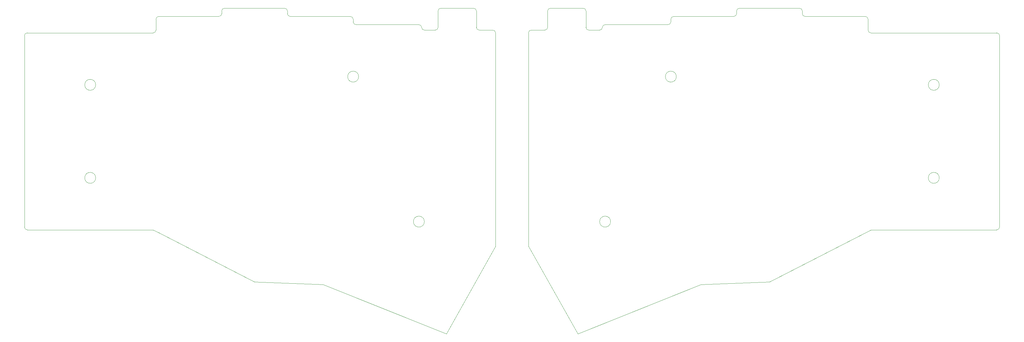
<source format=gbr>
G04 #@! TF.GenerationSoftware,KiCad,Pcbnew,(5.1.4)-1*
G04 #@! TF.CreationDate,2023-05-20T17:31:52-04:00*
G04 #@! TF.ProjectId,Corne Integrated Microchip,436f726e-6520-4496-9e74-656772617465,rev?*
G04 #@! TF.SameCoordinates,Original*
G04 #@! TF.FileFunction,Profile,NP*
%FSLAX46Y46*%
G04 Gerber Fmt 4.6, Leading zero omitted, Abs format (unit mm)*
G04 Created by KiCad (PCBNEW (5.1.4)-1) date 2023-05-20 17:31:52*
%MOMM*%
%LPD*%
G04 APERTURE LIST*
%ADD10C,0.050000*%
G04 APERTURE END LIST*
D10*
X177800000Y-103187500D02*
G75*
G03X177800000Y-103187500I-1587500J0D01*
G01*
X273050000Y-90487500D02*
G75*
G03X273050000Y-90487500I-1587500J0D01*
G01*
X273050000Y-63500000D02*
G75*
G03X273050000Y-63500000I-1587500J0D01*
G01*
X196850000Y-61118750D02*
G75*
G03X196850000Y-61118750I-1587500J0D01*
G01*
X123825000Y-103187500D02*
G75*
G03X123825000Y-103187500I-1587500J0D01*
G01*
X104775000Y-61118750D02*
G75*
G03X104775000Y-61118750I-1587500J0D01*
G01*
X28575000Y-90487500D02*
G75*
G03X28575000Y-90487500I-1587500J0D01*
G01*
X28575000Y-63500000D02*
G75*
G03X28575000Y-63500000I-1587500J0D01*
G01*
X170656250Y-42068750D02*
X170656250Y-46831250D01*
X160337500Y-41275000D02*
X169862500Y-41275000D01*
X159543750Y-46831250D02*
X159543750Y-42068750D01*
X159543750Y-42068750D02*
G75*
G02X160337500Y-41275000I793750J0D01*
G01*
X159543750Y-46831250D02*
G75*
G02X158750000Y-47625000I-793750J0D01*
G01*
X154781250Y-47625000D02*
X158750000Y-47625000D01*
X153987500Y-48418750D02*
G75*
G02X154781250Y-47625000I793750J0D01*
G01*
X153987500Y-110331250D02*
X153987500Y-48418750D01*
X168275000Y-135731250D02*
X153987500Y-110331250D01*
X203993750Y-121443750D02*
X168275000Y-135731250D01*
X169862500Y-41275000D02*
G75*
G02X170656250Y-42068750I0J-793750D01*
G01*
X171450000Y-47625000D02*
G75*
G02X170656250Y-46831250I0J793750D01*
G01*
X174625000Y-47625000D02*
X171450000Y-47625000D01*
X138906250Y-42068750D02*
X138906250Y-46831250D01*
X127000000Y-47625000D02*
X123825000Y-47625000D01*
X127793750Y-42068750D02*
X127793750Y-46831250D01*
X129381250Y-41275000D02*
X128587500Y-41275000D01*
X138112500Y-41275000D02*
X137318750Y-41275000D01*
X138112500Y-41275000D02*
G75*
G02X138906250Y-42068750I0J-793750D01*
G01*
X127793750Y-42068750D02*
G75*
G02X128587500Y-41275000I793750J0D01*
G01*
X127793750Y-46831250D02*
G75*
G02X127000000Y-47625000I-793750J0D01*
G01*
X139700000Y-47625000D02*
X143668750Y-47625000D01*
X139700000Y-47625000D02*
G75*
G02X138906250Y-46831250I0J793750D01*
G01*
X137318750Y-41275000D02*
X129381250Y-41275000D01*
X289718750Y-105568750D02*
X253206250Y-105568750D01*
X290512500Y-49212500D02*
X290512500Y-104775000D01*
X253206250Y-48418750D02*
X289718750Y-48418750D01*
X252412500Y-44450000D02*
X252412500Y-47625000D01*
X234156250Y-43656250D02*
X251618750Y-43656250D01*
X233362500Y-42068750D02*
X233362500Y-42862500D01*
X215106250Y-41275000D02*
X232568750Y-41275000D01*
X214312500Y-42862500D02*
X214312500Y-42068750D01*
X196056250Y-43656250D02*
X213518750Y-43656250D01*
X195262500Y-44450000D02*
X195262500Y-45243750D01*
X176212500Y-46037500D02*
X194468750Y-46037500D01*
X175418750Y-46831250D02*
G75*
G02X174625000Y-47625000I-793750J0D01*
G01*
X175418750Y-46831250D02*
G75*
G02X176212500Y-46037500I793750J0D01*
G01*
X223837500Y-120650000D02*
X203993750Y-121443750D01*
X253206250Y-105568750D02*
X223837500Y-120650000D01*
X290512500Y-104775000D02*
G75*
G02X289718750Y-105568750I-793750J0D01*
G01*
X289718750Y-48418750D02*
G75*
G02X290512500Y-49212500I0J-793750D01*
G01*
X253206250Y-48418750D02*
G75*
G02X252412500Y-47625000I0J793750D01*
G01*
X251618750Y-43656250D02*
G75*
G02X252412500Y-44450000I0J-793750D01*
G01*
X234156250Y-43656250D02*
G75*
G02X233362500Y-42862500I0J793750D01*
G01*
X232568750Y-41275000D02*
G75*
G02X233362500Y-42068750I0J-793750D01*
G01*
X214312500Y-42068750D02*
G75*
G02X215106250Y-41275000I793750J0D01*
G01*
X214312500Y-42862500D02*
G75*
G02X213518750Y-43656250I-793750J0D01*
G01*
X195262500Y-44450000D02*
G75*
G02X196056250Y-43656250I793750J0D01*
G01*
X195262500Y-45243750D02*
G75*
G02X194468750Y-46037500I-793750J0D01*
G01*
X144462500Y-48418750D02*
X144462500Y-54768750D01*
X143668750Y-47625000D02*
G75*
G02X144462500Y-48418750I0J-793750D01*
G01*
X123825000Y-47625000D02*
G75*
G02X123031250Y-46831250I0J793750D01*
G01*
X122237500Y-46037500D02*
G75*
G02X123031250Y-46831250I0J-793750D01*
G01*
X144462500Y-110331250D02*
X144462500Y-54768750D01*
X130175000Y-135731250D02*
X144462500Y-110331250D01*
X94456250Y-121443750D02*
X130175000Y-135731250D01*
X103981250Y-46037500D02*
X122237500Y-46037500D01*
X103187500Y-44450000D02*
X103187500Y-45243750D01*
X84931250Y-43656250D02*
X102393750Y-43656250D01*
X84137500Y-42068750D02*
X84137500Y-42862500D01*
X65881250Y-41275000D02*
X83343750Y-41275000D01*
X65087500Y-42068750D02*
X65087500Y-42862500D01*
X46831250Y-43656250D02*
X64293750Y-43656250D01*
X46037500Y-47625000D02*
X46037500Y-44450000D01*
X8731250Y-48418750D02*
X45243750Y-48418750D01*
X7937500Y-104775000D02*
X7937500Y-49212500D01*
X45243750Y-105568750D02*
X8731250Y-105568750D01*
X46831250Y-106362500D02*
X45243750Y-105568750D01*
X74612500Y-120650000D02*
X94456250Y-121443750D01*
X46831250Y-106362500D02*
X74612500Y-120650000D01*
X8731250Y-105568750D02*
G75*
G02X7937500Y-104775000I0J793750D01*
G01*
X7937500Y-49212500D02*
G75*
G02X8731250Y-48418750I793750J0D01*
G01*
X46037500Y-47625000D02*
G75*
G02X45243750Y-48418750I-793750J0D01*
G01*
X46037500Y-44450000D02*
G75*
G02X46831250Y-43656250I793750J0D01*
G01*
X65087500Y-42862500D02*
G75*
G02X64293750Y-43656250I-793750J0D01*
G01*
X65087500Y-42068750D02*
G75*
G02X65881250Y-41275000I793750J0D01*
G01*
X83343750Y-41275000D02*
G75*
G02X84137500Y-42068750I0J-793750D01*
G01*
X84931250Y-43656250D02*
G75*
G02X84137500Y-42862500I0J793750D01*
G01*
X102393750Y-43656250D02*
G75*
G02X103187500Y-44450000I0J-793750D01*
G01*
X103981250Y-46037500D02*
G75*
G02X103187500Y-45243750I0J793750D01*
G01*
M02*

</source>
